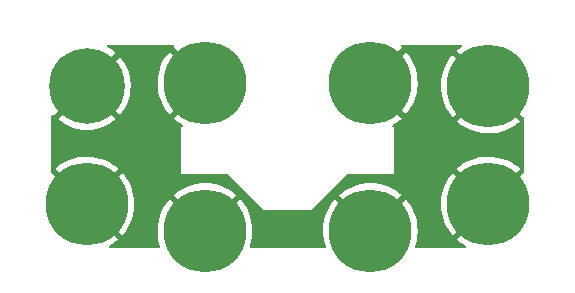
<source format=gbr>
%TF.GenerationSoftware,KiCad,Pcbnew,(6.0.2)*%
%TF.CreationDate,2022-03-13T20:14:31-04:00*%
%TF.ProjectId,Daughterboard-holder,44617567-6874-4657-9262-6f6172642d68,rev?*%
%TF.SameCoordinates,Original*%
%TF.FileFunction,Copper,L2,Bot*%
%TF.FilePolarity,Positive*%
%FSLAX46Y46*%
G04 Gerber Fmt 4.6, Leading zero omitted, Abs format (unit mm)*
G04 Created by KiCad (PCBNEW (6.0.2)) date 2022-03-13 20:14:31*
%MOMM*%
%LPD*%
G01*
G04 APERTURE LIST*
%TA.AperFunction,ComponentPad*%
%ADD10C,7.000000*%
%TD*%
%TA.AperFunction,ComponentPad*%
%ADD11C,6.400000*%
%TD*%
G04 APERTURE END LIST*
D10*
%TO.P,H103,1,1*%
%TO.N,GND*%
X17000000Y-47750000D03*
%TD*%
%TO.P,H107,1,1*%
%TO.N,GND*%
X27000000Y-50000000D03*
%TD*%
%TO.P,H105,1,1*%
%TO.N,GND*%
X27000000Y-37500000D03*
%TD*%
%TO.P,H106,1,1*%
%TO.N,GND*%
X41000000Y-37500000D03*
%TD*%
%TO.P,H102,1,1*%
%TO.N,GND*%
X51000000Y-37750000D03*
%TD*%
%TO.P,H104,1,1*%
%TO.N,GND*%
X51000000Y-47750000D03*
%TD*%
%TO.P,H108,1,1*%
%TO.N,GND*%
X41000000Y-50000000D03*
%TD*%
D11*
%TO.P,H101,1,1*%
%TO.N,GND*%
X17000000Y-37750000D03*
%TD*%
%TA.AperFunction,Conductor*%
%TO.N,GND*%
G36*
X24360107Y-34270002D02*
G01*
X24406600Y-34323658D01*
X24416704Y-34393932D01*
X24387210Y-34458512D01*
X24375641Y-34470222D01*
X24364712Y-34479926D01*
X24356334Y-34493314D01*
X24362084Y-34502874D01*
X26963095Y-37103885D01*
X26997121Y-37166197D01*
X27000000Y-37192980D01*
X27000000Y-37807020D01*
X26979998Y-37875141D01*
X26963095Y-37896115D01*
X24362547Y-40496663D01*
X24354933Y-40510607D01*
X24354988Y-40511386D01*
X24360342Y-40519436D01*
X24396960Y-40553821D01*
X24401638Y-40557803D01*
X24707386Y-40793260D01*
X24712429Y-40796765D01*
X25039694Y-41001262D01*
X25045059Y-41004261D01*
X25058918Y-41011141D01*
X25111041Y-41059347D01*
X25128827Y-41128079D01*
X25106630Y-41195517D01*
X25051497Y-41240248D01*
X25035099Y-41243538D01*
X25035498Y-41244896D01*
X25018116Y-41250000D01*
X25000000Y-41250000D01*
X25000000Y-45250000D01*
X28947810Y-45250000D01*
X29015931Y-45270002D01*
X29036905Y-45286905D01*
X32000000Y-48250000D01*
X36000000Y-48250000D01*
X38963095Y-45286905D01*
X39025407Y-45252879D01*
X39052190Y-45250000D01*
X43000000Y-45250000D01*
X43000000Y-44743314D01*
X48356334Y-44743314D01*
X48362084Y-44752874D01*
X50987188Y-47377978D01*
X51001132Y-47385592D01*
X51002965Y-47385461D01*
X51009580Y-47381210D01*
X53636463Y-44754327D01*
X53644077Y-44740383D01*
X53644055Y-44740072D01*
X53638204Y-44731406D01*
X53560143Y-44660127D01*
X53555416Y-44656217D01*
X53246419Y-44425059D01*
X53241313Y-44421614D01*
X52911235Y-44221711D01*
X52905822Y-44218784D01*
X52557808Y-44052044D01*
X52552141Y-44049662D01*
X52189526Y-43917682D01*
X52183638Y-43915860D01*
X51809876Y-43819893D01*
X51803854Y-43818657D01*
X51422485Y-43759618D01*
X51416397Y-43758978D01*
X51031085Y-43737436D01*
X51024933Y-43737393D01*
X50639387Y-43753552D01*
X50633261Y-43754109D01*
X50251123Y-43807815D01*
X50245070Y-43808970D01*
X49870000Y-43899709D01*
X49864103Y-43901445D01*
X49499681Y-44028350D01*
X49493968Y-44030658D01*
X49143667Y-44192519D01*
X49138213Y-44195371D01*
X48805376Y-44390646D01*
X48800228Y-44394015D01*
X48488025Y-44620843D01*
X48483247Y-44624684D01*
X48364711Y-44729926D01*
X48356334Y-44743314D01*
X43000000Y-44743314D01*
X43000000Y-41250000D01*
X42986453Y-41250000D01*
X42973217Y-41247121D01*
X42973642Y-41245168D01*
X42921979Y-41229998D01*
X42875486Y-41176342D01*
X42865382Y-41106068D01*
X42894876Y-41041488D01*
X42927863Y-41014444D01*
X43147516Y-40889664D01*
X43152690Y-40886380D01*
X43330984Y-40760607D01*
X48354933Y-40760607D01*
X48354988Y-40761386D01*
X48360342Y-40769436D01*
X48396960Y-40803821D01*
X48401638Y-40807803D01*
X48707386Y-41043260D01*
X48712429Y-41046765D01*
X49039694Y-41251262D01*
X49045051Y-41254256D01*
X49390709Y-41425843D01*
X49396349Y-41428307D01*
X49757076Y-41565334D01*
X49762948Y-41567242D01*
X50135344Y-41668420D01*
X50141321Y-41669734D01*
X50521843Y-41734095D01*
X50527929Y-41734820D01*
X50912896Y-41761740D01*
X50919032Y-41761868D01*
X51304787Y-41751093D01*
X51310918Y-41750621D01*
X51693755Y-41702257D01*
X51699828Y-41701187D01*
X52076135Y-41615692D01*
X52082050Y-41614040D01*
X52448215Y-41492234D01*
X52453949Y-41490010D01*
X52806497Y-41333046D01*
X52811966Y-41330283D01*
X53147516Y-41139664D01*
X53152690Y-41136380D01*
X53468034Y-40913929D01*
X53472872Y-40910149D01*
X53635240Y-40769998D01*
X53643655Y-40756958D01*
X53637716Y-40746926D01*
X51012812Y-38122022D01*
X50998868Y-38114408D01*
X50997035Y-38114539D01*
X50990420Y-38118790D01*
X48362547Y-40746663D01*
X48354933Y-40760607D01*
X43330984Y-40760607D01*
X43468034Y-40663929D01*
X43472872Y-40660149D01*
X43635240Y-40519998D01*
X43643655Y-40506958D01*
X43637716Y-40496926D01*
X41036905Y-37896115D01*
X41002879Y-37833803D01*
X41000000Y-37807020D01*
X41000000Y-37501132D01*
X41364408Y-37501132D01*
X41364539Y-37502965D01*
X41368790Y-37509580D01*
X43997364Y-40138154D01*
X44011308Y-40145768D01*
X44012323Y-40145696D01*
X44020054Y-40140593D01*
X44035567Y-40124302D01*
X44039595Y-40119637D01*
X44277168Y-39815558D01*
X44280722Y-39810518D01*
X44487486Y-39484712D01*
X44490529Y-39479356D01*
X44664520Y-39134910D01*
X44667016Y-39129306D01*
X44806568Y-38769518D01*
X44808509Y-38763684D01*
X44912288Y-38391988D01*
X44913644Y-38386017D01*
X44980660Y-38005959D01*
X44981427Y-37999886D01*
X45004728Y-37697061D01*
X46987665Y-37697061D01*
X47001132Y-38082706D01*
X47001647Y-38088838D01*
X47052685Y-38471347D01*
X47053792Y-38477383D01*
X47141913Y-38853090D01*
X47143608Y-38859000D01*
X47267968Y-39224306D01*
X47270235Y-39230031D01*
X47429643Y-39581444D01*
X47432465Y-39586934D01*
X47625407Y-39921119D01*
X47628737Y-39926287D01*
X47853375Y-40240059D01*
X47857197Y-40244881D01*
X47980033Y-40385195D01*
X47993247Y-40393593D01*
X48003043Y-40387747D01*
X50627978Y-37762812D01*
X50635592Y-37748868D01*
X50635461Y-37747035D01*
X50631210Y-37740420D01*
X48003902Y-35113112D01*
X47989958Y-35105498D01*
X47989412Y-35105537D01*
X47981055Y-35111136D01*
X47928077Y-35168347D01*
X47924132Y-35173049D01*
X47690821Y-35480426D01*
X47687343Y-35485504D01*
X47485141Y-35814179D01*
X47482176Y-35819572D01*
X47313014Y-36166406D01*
X47310588Y-36172064D01*
X47176076Y-36533758D01*
X47174218Y-36539615D01*
X47075640Y-36912718D01*
X47074365Y-36918718D01*
X47012667Y-37299648D01*
X47011980Y-37305776D01*
X46987751Y-37690886D01*
X46987665Y-37697061D01*
X45004728Y-37697061D01*
X45011119Y-37614000D01*
X45011296Y-37610085D01*
X45012806Y-37501974D01*
X45012738Y-37498030D01*
X44993832Y-37111489D01*
X44993231Y-37105365D01*
X44936862Y-36723631D01*
X44935662Y-36717569D01*
X44842312Y-36343165D01*
X44840527Y-36337250D01*
X44711082Y-35973727D01*
X44708739Y-35968043D01*
X44544434Y-35618877D01*
X44541545Y-35613443D01*
X44343955Y-35281983D01*
X44340547Y-35276853D01*
X44111547Y-34966244D01*
X44107667Y-34961487D01*
X44020318Y-34864475D01*
X44006797Y-34856145D01*
X44006720Y-34856146D01*
X43997434Y-34861776D01*
X41372022Y-37487188D01*
X41364408Y-37501132D01*
X41000000Y-37501132D01*
X41000000Y-37192980D01*
X41020002Y-37124859D01*
X41036905Y-37103885D01*
X43636463Y-34504327D01*
X43644077Y-34490383D01*
X43644055Y-34490072D01*
X43638204Y-34481406D01*
X43624668Y-34469046D01*
X43587851Y-34408342D01*
X43589698Y-34337369D01*
X43629622Y-34278661D01*
X43694949Y-34250858D01*
X43709630Y-34250000D01*
X48610659Y-34250000D01*
X48678780Y-34270002D01*
X48725273Y-34323658D01*
X48735377Y-34393932D01*
X48705883Y-34458512D01*
X48684720Y-34477936D01*
X48488025Y-34620843D01*
X48483247Y-34624684D01*
X48364711Y-34729926D01*
X48356334Y-34743314D01*
X48362084Y-34752874D01*
X53955095Y-40345885D01*
X53989121Y-40408197D01*
X53992000Y-40434980D01*
X53992000Y-45065020D01*
X53971998Y-45133141D01*
X53955095Y-45154115D01*
X48362547Y-50746663D01*
X48354933Y-50760607D01*
X48354988Y-50761386D01*
X48360342Y-50769436D01*
X48396960Y-50803821D01*
X48401638Y-50807803D01*
X48707386Y-51043260D01*
X48712429Y-51046765D01*
X49039694Y-51251262D01*
X49047748Y-51255764D01*
X49047025Y-51257058D01*
X49094905Y-51301312D01*
X49112713Y-51370038D01*
X49090538Y-51437483D01*
X49035420Y-51482232D01*
X48986778Y-51492000D01*
X44904292Y-51492000D01*
X44836171Y-51471998D01*
X44789678Y-51418342D01*
X44779574Y-51348068D01*
X44786819Y-51320435D01*
X44806568Y-51269518D01*
X44808509Y-51263684D01*
X44912288Y-50891988D01*
X44913644Y-50886017D01*
X44980660Y-50505959D01*
X44981427Y-50499886D01*
X45011119Y-50114000D01*
X45011296Y-50110085D01*
X45012806Y-50001974D01*
X45012738Y-49998030D01*
X44993832Y-49611489D01*
X44993231Y-49605365D01*
X44936862Y-49223631D01*
X44935662Y-49217569D01*
X44842312Y-48843165D01*
X44840527Y-48837250D01*
X44711082Y-48473727D01*
X44708739Y-48468043D01*
X44544434Y-48118877D01*
X44541545Y-48113443D01*
X44343955Y-47781983D01*
X44340547Y-47776853D01*
X44281719Y-47697061D01*
X46987665Y-47697061D01*
X47001132Y-48082706D01*
X47001647Y-48088838D01*
X47052685Y-48471347D01*
X47053792Y-48477383D01*
X47141913Y-48853090D01*
X47143608Y-48859000D01*
X47267968Y-49224306D01*
X47270235Y-49230031D01*
X47429643Y-49581444D01*
X47432465Y-49586934D01*
X47625407Y-49921119D01*
X47628737Y-49926287D01*
X47853375Y-50240059D01*
X47857197Y-50244881D01*
X47980033Y-50385195D01*
X47993247Y-50393593D01*
X48003043Y-50387747D01*
X50627978Y-47762812D01*
X50635592Y-47748868D01*
X50635461Y-47747035D01*
X50631210Y-47740420D01*
X48003902Y-45113112D01*
X47989958Y-45105498D01*
X47989412Y-45105537D01*
X47981055Y-45111136D01*
X47928077Y-45168347D01*
X47924132Y-45173049D01*
X47690821Y-45480426D01*
X47687343Y-45485504D01*
X47485141Y-45814179D01*
X47482176Y-45819572D01*
X47313014Y-46166406D01*
X47310588Y-46172064D01*
X47176076Y-46533758D01*
X47174218Y-46539615D01*
X47075640Y-46912718D01*
X47074365Y-46918718D01*
X47012667Y-47299648D01*
X47011980Y-47305776D01*
X46987751Y-47690886D01*
X46987665Y-47697061D01*
X44281719Y-47697061D01*
X44111547Y-47466244D01*
X44107667Y-47461487D01*
X44020318Y-47364475D01*
X44006797Y-47356145D01*
X44006720Y-47356146D01*
X43997434Y-47361776D01*
X43040500Y-48318710D01*
X42978188Y-48352736D01*
X42907373Y-48347671D01*
X42860116Y-48316461D01*
X42711957Y-48160723D01*
X42711951Y-48160717D01*
X42709244Y-48157872D01*
X42692524Y-48144194D01*
X42652465Y-48085579D01*
X42650455Y-48014611D01*
X42683213Y-47957577D01*
X43636463Y-47004327D01*
X43644077Y-46990383D01*
X43644055Y-46990072D01*
X43638204Y-46981406D01*
X43560143Y-46910127D01*
X43555416Y-46906217D01*
X43246419Y-46675059D01*
X43241313Y-46671614D01*
X42911235Y-46471711D01*
X42905822Y-46468784D01*
X42557808Y-46302044D01*
X42552141Y-46299662D01*
X42189526Y-46167682D01*
X42183638Y-46165860D01*
X41809876Y-46069893D01*
X41803854Y-46068657D01*
X41422485Y-46009618D01*
X41416397Y-46008978D01*
X41031085Y-45987436D01*
X41024933Y-45987393D01*
X40639387Y-46003552D01*
X40633261Y-46004109D01*
X40251123Y-46057815D01*
X40245070Y-46058970D01*
X39870000Y-46149709D01*
X39864103Y-46151445D01*
X39499681Y-46278350D01*
X39493968Y-46280658D01*
X39143667Y-46442519D01*
X39138213Y-46445371D01*
X38805376Y-46640646D01*
X38800228Y-46644015D01*
X38488025Y-46870843D01*
X38483247Y-46874684D01*
X38364711Y-46979926D01*
X38356334Y-46993314D01*
X38362084Y-47002874D01*
X39316787Y-47957577D01*
X39350813Y-48019889D01*
X39345748Y-48090704D01*
X39307475Y-48144194D01*
X39290755Y-48157873D01*
X39288048Y-48160718D01*
X39288042Y-48160724D01*
X39139884Y-48316461D01*
X39078440Y-48352029D01*
X39007520Y-48348732D01*
X38959500Y-48318710D01*
X38003902Y-47363112D01*
X37989958Y-47355498D01*
X37989412Y-47355537D01*
X37981055Y-47361136D01*
X37928077Y-47418347D01*
X37924132Y-47423049D01*
X37690821Y-47730426D01*
X37687343Y-47735504D01*
X37485141Y-48064179D01*
X37482176Y-48069572D01*
X37313014Y-48416406D01*
X37310588Y-48422064D01*
X37176076Y-48783758D01*
X37174218Y-48789615D01*
X37075640Y-49162718D01*
X37074365Y-49168718D01*
X37012667Y-49549648D01*
X37011980Y-49555776D01*
X36987751Y-49940886D01*
X36987665Y-49947061D01*
X37001132Y-50332706D01*
X37001647Y-50338838D01*
X37052685Y-50721347D01*
X37053792Y-50727383D01*
X37141913Y-51103090D01*
X37143606Y-51108994D01*
X37217275Y-51325394D01*
X37220293Y-51396327D01*
X37184483Y-51457631D01*
X37121214Y-51489842D01*
X37097997Y-51492000D01*
X30904292Y-51492000D01*
X30836171Y-51471998D01*
X30789678Y-51418342D01*
X30779574Y-51348068D01*
X30786819Y-51320435D01*
X30806568Y-51269518D01*
X30808509Y-51263684D01*
X30912288Y-50891988D01*
X30913644Y-50886017D01*
X30980660Y-50505959D01*
X30981427Y-50499886D01*
X31011119Y-50114000D01*
X31011296Y-50110085D01*
X31012806Y-50001974D01*
X31012738Y-49998030D01*
X30993832Y-49611489D01*
X30993231Y-49605365D01*
X30936862Y-49223631D01*
X30935662Y-49217569D01*
X30842312Y-48843165D01*
X30840527Y-48837250D01*
X30711082Y-48473727D01*
X30708739Y-48468043D01*
X30544434Y-48118877D01*
X30541545Y-48113443D01*
X30343955Y-47781983D01*
X30340547Y-47776853D01*
X30111547Y-47466244D01*
X30107667Y-47461487D01*
X30020318Y-47364475D01*
X30006797Y-47356145D01*
X30006720Y-47356146D01*
X29997434Y-47361776D01*
X29040500Y-48318710D01*
X28978188Y-48352736D01*
X28907373Y-48347671D01*
X28860116Y-48316461D01*
X28711957Y-48160723D01*
X28711951Y-48160717D01*
X28709244Y-48157872D01*
X28692524Y-48144194D01*
X28652465Y-48085579D01*
X28650455Y-48014611D01*
X28683213Y-47957577D01*
X29636463Y-47004327D01*
X29644077Y-46990383D01*
X29644055Y-46990072D01*
X29638204Y-46981406D01*
X29560143Y-46910127D01*
X29555416Y-46906217D01*
X29246419Y-46675059D01*
X29241313Y-46671614D01*
X28911235Y-46471711D01*
X28905822Y-46468784D01*
X28557808Y-46302044D01*
X28552141Y-46299662D01*
X28189526Y-46167682D01*
X28183638Y-46165860D01*
X27809876Y-46069893D01*
X27803854Y-46068657D01*
X27422485Y-46009618D01*
X27416397Y-46008978D01*
X27031085Y-45987436D01*
X27024933Y-45987393D01*
X26639387Y-46003552D01*
X26633261Y-46004109D01*
X26251123Y-46057815D01*
X26245070Y-46058970D01*
X25870000Y-46149709D01*
X25864103Y-46151445D01*
X25499681Y-46278350D01*
X25493968Y-46280658D01*
X25143667Y-46442519D01*
X25138213Y-46445371D01*
X24805376Y-46640646D01*
X24800228Y-46644015D01*
X24488025Y-46870843D01*
X24483247Y-46874684D01*
X24364711Y-46979926D01*
X24356334Y-46993314D01*
X24362084Y-47002874D01*
X25316787Y-47957577D01*
X25350813Y-48019889D01*
X25345748Y-48090704D01*
X25307475Y-48144194D01*
X25290755Y-48157873D01*
X25288048Y-48160718D01*
X25288042Y-48160724D01*
X25139884Y-48316461D01*
X25078440Y-48352029D01*
X25007520Y-48348732D01*
X24959500Y-48318710D01*
X24003902Y-47363112D01*
X23989958Y-47355498D01*
X23989412Y-47355537D01*
X23981055Y-47361136D01*
X23928077Y-47418347D01*
X23924132Y-47423049D01*
X23690821Y-47730426D01*
X23687343Y-47735504D01*
X23485141Y-48064179D01*
X23482176Y-48069572D01*
X23313014Y-48416406D01*
X23310588Y-48422064D01*
X23176076Y-48783758D01*
X23174218Y-48789615D01*
X23075640Y-49162718D01*
X23074365Y-49168718D01*
X23012667Y-49549648D01*
X23011980Y-49555776D01*
X22987751Y-49940886D01*
X22987665Y-49947061D01*
X23001132Y-50332706D01*
X23001647Y-50338838D01*
X23052685Y-50721347D01*
X23053792Y-50727383D01*
X23141913Y-51103090D01*
X23143606Y-51108994D01*
X23217275Y-51325394D01*
X23220293Y-51396327D01*
X23184483Y-51457631D01*
X23121214Y-51489842D01*
X23097997Y-51492000D01*
X19004183Y-51492000D01*
X18936062Y-51471998D01*
X18889569Y-51418342D01*
X18879465Y-51348068D01*
X18908959Y-51283488D01*
X18941946Y-51256444D01*
X19147515Y-51139664D01*
X19152690Y-51136380D01*
X19468034Y-50913929D01*
X19472872Y-50910149D01*
X19635240Y-50769998D01*
X19643655Y-50756958D01*
X19637716Y-50746926D01*
X16641922Y-47751132D01*
X17364408Y-47751132D01*
X17364539Y-47752965D01*
X17368790Y-47759580D01*
X19997364Y-50388154D01*
X20011308Y-50395768D01*
X20012323Y-50395696D01*
X20020054Y-50390593D01*
X20035567Y-50374302D01*
X20039595Y-50369637D01*
X20277168Y-50065558D01*
X20280722Y-50060518D01*
X20487486Y-49734712D01*
X20490529Y-49729356D01*
X20664520Y-49384910D01*
X20667016Y-49379306D01*
X20806568Y-49019518D01*
X20808509Y-49013684D01*
X20912288Y-48641988D01*
X20913644Y-48636017D01*
X20980660Y-48255959D01*
X20981427Y-48249886D01*
X21011119Y-47864000D01*
X21011296Y-47860085D01*
X21012806Y-47751974D01*
X21012738Y-47748030D01*
X20993832Y-47361489D01*
X20993231Y-47355365D01*
X20936862Y-46973631D01*
X20935662Y-46967569D01*
X20842312Y-46593165D01*
X20840527Y-46587250D01*
X20711082Y-46223727D01*
X20708739Y-46218043D01*
X20544434Y-45868877D01*
X20541545Y-45863443D01*
X20343955Y-45531983D01*
X20340547Y-45526853D01*
X20111547Y-45216244D01*
X20107667Y-45211487D01*
X20020318Y-45114475D01*
X20006797Y-45106145D01*
X20006720Y-45106146D01*
X19997434Y-45111776D01*
X17372022Y-47737188D01*
X17364408Y-47751132D01*
X16641922Y-47751132D01*
X14044905Y-45154115D01*
X14010879Y-45091803D01*
X14008000Y-45065020D01*
X14008000Y-44743314D01*
X14356334Y-44743314D01*
X14362084Y-44752874D01*
X16987188Y-47377978D01*
X17001132Y-47385592D01*
X17002965Y-47385461D01*
X17009580Y-47381210D01*
X19636463Y-44754327D01*
X19644077Y-44740383D01*
X19644055Y-44740072D01*
X19638204Y-44731406D01*
X19560143Y-44660127D01*
X19555416Y-44656217D01*
X19246419Y-44425059D01*
X19241313Y-44421614D01*
X18911235Y-44221711D01*
X18905822Y-44218784D01*
X18557808Y-44052044D01*
X18552141Y-44049662D01*
X18189526Y-43917682D01*
X18183638Y-43915860D01*
X17809876Y-43819893D01*
X17803854Y-43818657D01*
X17422485Y-43759618D01*
X17416397Y-43758978D01*
X17031085Y-43737436D01*
X17024933Y-43737393D01*
X16639387Y-43753552D01*
X16633261Y-43754109D01*
X16251123Y-43807815D01*
X16245070Y-43808970D01*
X15870000Y-43899709D01*
X15864103Y-43901445D01*
X15499681Y-44028350D01*
X15493968Y-44030658D01*
X15143667Y-44192519D01*
X15138213Y-44195371D01*
X14805376Y-44390646D01*
X14800228Y-44394015D01*
X14488025Y-44620843D01*
X14483247Y-44624684D01*
X14364711Y-44729926D01*
X14356334Y-44743314D01*
X14008000Y-44743314D01*
X14008000Y-40547386D01*
X14567759Y-40547386D01*
X14575216Y-40557753D01*
X14814935Y-40751874D01*
X14820272Y-40755751D01*
X15140685Y-40963830D01*
X15146394Y-40967127D01*
X15486811Y-41140578D01*
X15492836Y-41143260D01*
X15849502Y-41280171D01*
X15855784Y-41282212D01*
X16224816Y-41381094D01*
X16231266Y-41382465D01*
X16608629Y-41442234D01*
X16615167Y-41442920D01*
X16996699Y-41462916D01*
X17003301Y-41462916D01*
X17384833Y-41442920D01*
X17391371Y-41442234D01*
X17768734Y-41382465D01*
X17775184Y-41381094D01*
X18144216Y-41282212D01*
X18150498Y-41280171D01*
X18507164Y-41143260D01*
X18513189Y-41140578D01*
X18853606Y-40967127D01*
X18859315Y-40963830D01*
X19179728Y-40755751D01*
X19185065Y-40751874D01*
X19423835Y-40558522D01*
X19432300Y-40546267D01*
X19425966Y-40535176D01*
X17012812Y-38122022D01*
X16998868Y-38114408D01*
X16997035Y-38114539D01*
X16990420Y-38118790D01*
X14574900Y-40534310D01*
X14567759Y-40547386D01*
X14008000Y-40547386D01*
X14008000Y-40287268D01*
X14028002Y-40219147D01*
X14081658Y-40172654D01*
X14151932Y-40162550D01*
X14203150Y-40182632D01*
X14214824Y-40175966D01*
X16639658Y-37751132D01*
X17364408Y-37751132D01*
X17364539Y-37752965D01*
X17368790Y-37759580D01*
X19784310Y-40175100D01*
X19797386Y-40182241D01*
X19807753Y-40174784D01*
X20001877Y-39935061D01*
X20005747Y-39929735D01*
X20213831Y-39609313D01*
X20217128Y-39603603D01*
X20390578Y-39263189D01*
X20393260Y-39257164D01*
X20530171Y-38900498D01*
X20532212Y-38894216D01*
X20631094Y-38525184D01*
X20632465Y-38518734D01*
X20692234Y-38141371D01*
X20692920Y-38134833D01*
X20712916Y-37753301D01*
X20712916Y-37746699D01*
X20697212Y-37447061D01*
X22987665Y-37447061D01*
X23001132Y-37832706D01*
X23001647Y-37838838D01*
X23052685Y-38221347D01*
X23053792Y-38227383D01*
X23141913Y-38603090D01*
X23143608Y-38609000D01*
X23267968Y-38974306D01*
X23270235Y-38980031D01*
X23429643Y-39331444D01*
X23432465Y-39336934D01*
X23625407Y-39671119D01*
X23628737Y-39676287D01*
X23853375Y-39990059D01*
X23857197Y-39994881D01*
X23980033Y-40135195D01*
X23993247Y-40143593D01*
X24003043Y-40137747D01*
X26627978Y-37512812D01*
X26635592Y-37498868D01*
X26635461Y-37497035D01*
X26631210Y-37490420D01*
X24003902Y-34863112D01*
X23989958Y-34855498D01*
X23989412Y-34855537D01*
X23981055Y-34861136D01*
X23928077Y-34918347D01*
X23924132Y-34923049D01*
X23690821Y-35230426D01*
X23687343Y-35235504D01*
X23485141Y-35564179D01*
X23482176Y-35569572D01*
X23313014Y-35916406D01*
X23310588Y-35922064D01*
X23176076Y-36283758D01*
X23174218Y-36289615D01*
X23075640Y-36662718D01*
X23074365Y-36668718D01*
X23012667Y-37049648D01*
X23011980Y-37055776D01*
X22987751Y-37440886D01*
X22987665Y-37447061D01*
X20697212Y-37447061D01*
X20692920Y-37365167D01*
X20692234Y-37358629D01*
X20632465Y-36981266D01*
X20631094Y-36974816D01*
X20532212Y-36605784D01*
X20530171Y-36599502D01*
X20393260Y-36242836D01*
X20390578Y-36236811D01*
X20217128Y-35896397D01*
X20213831Y-35890687D01*
X20005747Y-35570265D01*
X20001877Y-35564939D01*
X19808522Y-35326165D01*
X19796267Y-35317700D01*
X19785176Y-35324034D01*
X17372022Y-37737188D01*
X17364408Y-37751132D01*
X16639658Y-37751132D01*
X19425100Y-34965690D01*
X19432241Y-34952614D01*
X19424784Y-34942247D01*
X19185065Y-34748126D01*
X19179728Y-34744249D01*
X18859315Y-34536170D01*
X18853606Y-34532873D01*
X18766061Y-34488267D01*
X18714446Y-34439519D01*
X18697380Y-34370604D01*
X18720281Y-34303402D01*
X18775878Y-34259250D01*
X18823264Y-34250000D01*
X24291986Y-34250000D01*
X24360107Y-34270002D01*
G37*
%TD.AperFunction*%
%TD*%
M02*

</source>
